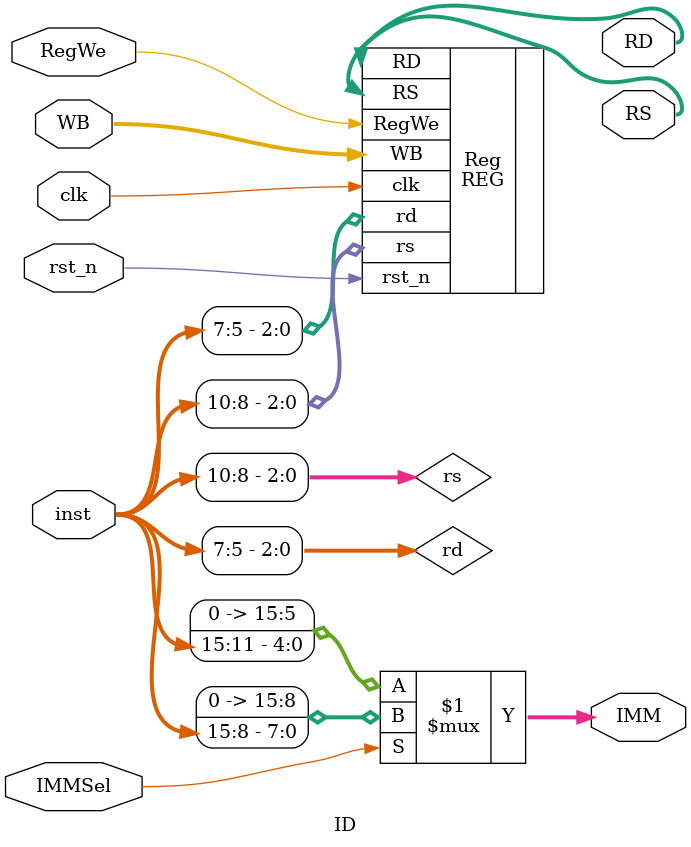
<source format=v>
module ID (
    input    wire          clk,
    input    wire          rst_n,
    input    wire [15: 0]  inst,
    input    wire [15: 0]  WB,
    input    wire          IMMSel,
    input    wire          RegWe,
    
    output   wire [15: 0]  RD,
    output   wire [15: 0]  RS,
    output   wire [15: 0]  IMM
);

/***************************************************************
                        wire reg
****************************************************************/
wire [2: 0]    rd;
wire [2: 0]    rs;

assign rd      = inst[7: 5];
assign rs      = inst[10: 8];
//assign IMM     = IMMSel ? {{8{1'b0}}, inst[15: 8]}:{{11{inst[15]}}, inst[15: 11]};
assign IMM     = IMMSel ? {{8{1'b0}}, inst[15: 8]}:{{11{1'b0}}, inst[15: 11]};   // Á¢¼´ÊýÉè¶¨ÎªÎÞ·ûºÅÊý£¬À©Õ¹²»¿¼ÂÇ¸ºÊýÇé¿ö
 
REG Reg (
            .clk(clk),
            .rst_n(rst_n),
            .rd(rd),
            .rs(rs),
            .WB(WB),
            .RegWe(RegWe),
            .RD(RD),
            .RS(RS)
        );
        
//crtl ctrl (
//         .rst_n(rst_n),
//         .opecode(opecode),
//         .CMPout(CMPout),
//         .PCSel(PCSel),
//         .IMMop(IMMop),
//         .ALUop(ALUop),
//         .RegWe(RegWe),
//         .mem_ctrl(mem_ctrl),
//         .RWSel(RWSel),
//         .ABSel(ABSel),
//         .IMMSel(IMMSel)
//     );
     
endmodule

</source>
